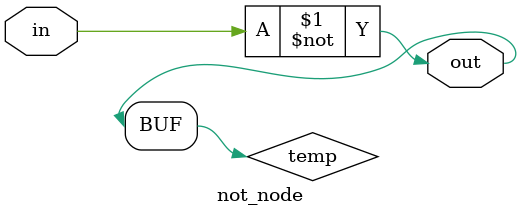
<source format=v>
`define WIDTH 8

module simple_op(a,out);
    input   [`WIDTH-1:0]a;
    output  [`WIDTH-1:0]out;
    wire    [`WIDTH-1:0]o;

genvar i;
generate
    for (i = 0; i < `WIDTH;i = i + 1) begin
      not_node NNOT(
        .in(a[i]),
        .out(o[i]));
    end
  endgenerate
  assign out = o;
endmodule

module not_node(in,out);
  input in;
  output out;
  wire temp;
  
  not(temp,in);
  assign out = temp;
  
endmodule 
</source>
